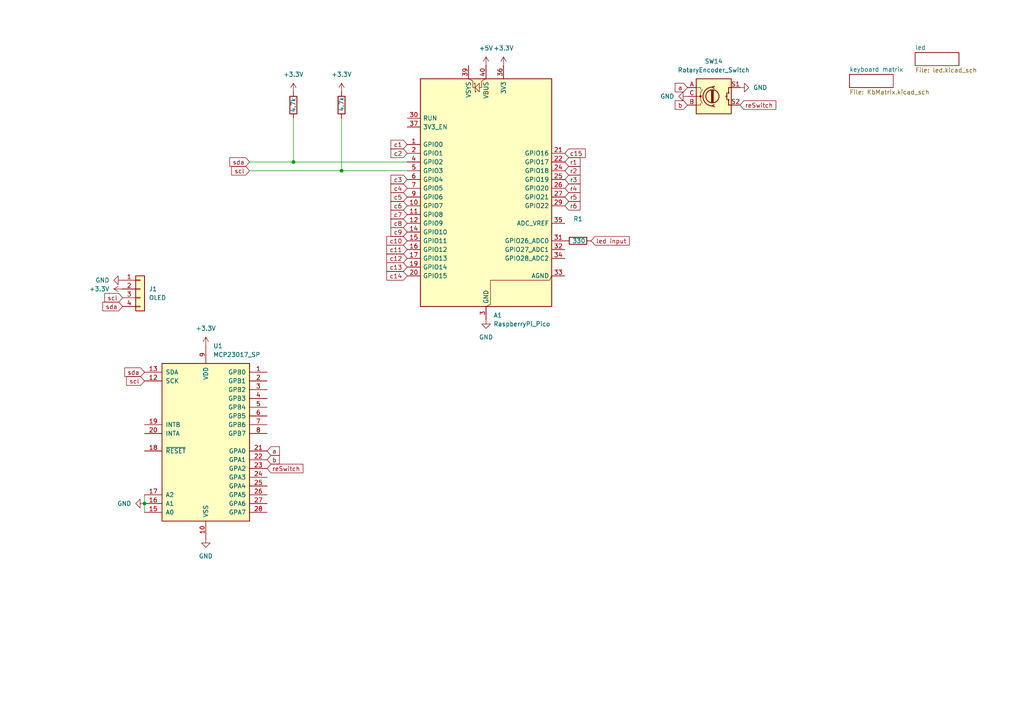
<source format=kicad_sch>
(kicad_sch (version 20250114) (generator "eeschema") (generator_version "9.0")
  (paper "A4")
  (lib_symbols
    (symbol "Connector_Generic:Conn_01x04" (pin_names (offset 1.016) (hide yes))
      (property "Reference" "J" (at 0 5.08 0))
      (property "Value" "Conn_01x04" (at 0 -7.62 0))
      (symbol "Conn_01x04_1_1"
        (rectangle (start -1.27 3.81) (end 1.27 -6.35) (stroke (width 0.254)) (fill (type background)))
        (rectangle (start -1.27 2.667) (end 0 2.413) (stroke (width 0.1524)))
        (rectangle (start -1.27 0.127) (end 0 -0.127) (stroke (width 0.1524)))
        (rectangle (start -1.27 -2.413) (end 0 -2.667) (stroke (width 0.1524)))
        (rectangle (start -1.27 -4.953) (end 0 -5.207) (stroke (width 0.1524)))
        (pin passive line (at -5.08 2.54 0) (length 3.81) (name "Pin_1") (number "1"))
        (pin passive line (at -5.08 0 0) (length 3.81) (name "Pin_2") (number "2"))
        (pin passive line (at -5.08 -2.54 0) (length 3.81) (name "Pin_3") (number "3"))
        (pin passive line (at -5.08 -5.08 0) (length 3.81) (name "Pin_4") (number "4"))
      )
    )
    (symbol "Device:R" (pin_numbers (hide yes)) (pin_names (offset 0))
      (property "Reference" "R" (at 2.032 0 90))
      (property "Value" "R" (at 0 0 90))
      (symbol "R_0_1"
        (rectangle (start -1.016 -2.54) (end 1.016 2.54) (stroke (width 0.254)))
      )
      (symbol "R_1_1"
        (pin passive line (at 0 3.81 270) (length 1.27) (name "~") (number "1"))
        (pin passive line (at 0 -3.81 90) (length 1.27) (name "~") (number "2"))
      )
    )
    (symbol "Device:RotaryEncoder_Switch" (pin_names (offset 0.254) (hide yes))
      (property "Reference" "SW" (at 0 6.604 0))
      (property "Value" "RotaryEncoder_Switch" (at 0 -6.604 0))
      (symbol "RotaryEncoder_Switch_0_1"
        (rectangle (start -5.08 5.08) (end 5.08 -5.08) (stroke (width 0.254)) (fill (type background)))
        (polyline (pts (xy -5.08 2.54) (xy -3.81 2.54) (xy -3.81 2.032)))
        (polyline (pts (xy -5.08 0) (xy -3.81 0) (xy -3.81 -1.016) (xy -3.302 -2.032)))
        (polyline (pts (xy -5.08 -2.54) (xy -3.81 -2.54) (xy -3.81 -2.032)))
        (polyline (pts (xy -4.318 0) (xy -3.81 0) (xy -3.81 1.016) (xy -3.302 2.032)))
        (circle (center -3.81 0) (radius 0.254) (fill (type outline)))
        (polyline (pts (xy -0.635 -1.778) (xy -0.635 1.778)) (stroke (width 0.254)))
        (circle (center -0.381 0) (radius 1.905) (stroke (width 0.254)))
        (polyline (pts (xy -0.381 -1.778) (xy -0.381 1.778)) (stroke (width 0.254)))
        (arc (start -0.381 -2.794) (mid -3.0988 -0.0635) (end -0.381 2.667) (stroke (width 0.254)))
        (polyline (pts (xy -0.127 1.778) (xy -0.127 -1.778)) (stroke (width 0.254)))
        (polyline (pts (xy 0.254 2.921) (xy -0.508 2.667) (xy 0.127 2.286)) (stroke (width 0.254)))
        (polyline (pts (xy 0.254 -3.048) (xy -0.508 -2.794) (xy 0.127 -2.413)) (stroke (width 0.254)))
        (polyline (pts (xy 3.81 1.016) (xy 3.81 -1.016)) (stroke (width 0.254)))
        (polyline (pts (xy 3.81 0) (xy 3.429 0)) (stroke (width 0.254)))
        (circle (center 4.318 1.016) (radius 0.127) (stroke (width 0.254)))
        (circle (center 4.318 -1.016) (radius 0.127) (stroke (width 0.254)))
        (polyline (pts (xy 5.08 2.54) (xy 4.318 2.54) (xy 4.318 1.016)) (stroke (width 0.254)))
        (polyline (pts (xy 5.08 -2.54) (xy 4.318 -2.54) (xy 4.318 -1.016)) (stroke (width 0.254)))
      )
      (symbol "RotaryEncoder_Switch_1_1"
        (pin passive line (at -7.62 2.54 0) (length 2.54) (name "A") (number "A"))
        (pin passive line (at -7.62 0 0) (length 2.54) (name "C") (number "C"))
        (pin passive line (at -7.62 -2.54 0) (length 2.54) (name "B") (number "B"))
        (pin passive line (at 7.62 2.54 180) (length 2.54) (name "S1") (number "S1"))
        (pin passive line (at 7.62 -2.54 180) (length 2.54) (name "S2") (number "S2"))
      )
    )
    (symbol "Interface_Expansion:MCP23017_SP" (pin_names (offset 1.016))
      (property "Reference" "U" (at -11.43 24.13 0))
      (property "Value" "MCP23017_SP" (at 0 0 0))
      (symbol "MCP23017_SP_0_1"
        (rectangle (start -12.7 22.86) (end 12.7 -22.86) (stroke (width 0.254)) (fill (type background)))
      )
      (symbol "MCP23017_SP_1_1"
        (pin bidirectional line (at -17.78 20.32 0) (length 5.08) (name "SDA") (number "13"))
        (pin input line (at -17.78 17.78 0) (length 5.08) (name "SCK") (number "12"))
        (pin tri_state line (at -17.78 5.08 0) (length 5.08) (name "INTB") (number "19"))
        (pin tri_state line (at -17.78 2.54 0) (length 5.08) (name "INTA") (number "20"))
        (pin input line (at -17.78 -2.54 0) (length 5.08) (name "~{RESET}") (number "18"))
        (pin input line (at -17.78 -15.24 0) (length 5.08) (name "A2") (number "17"))
        (pin input line (at -17.78 -17.78 0) (length 5.08) (name "A1") (number "16"))
        (pin input line (at -17.78 -20.32 0) (length 5.08) (name "A0") (number "15"))
        (pin no_connect line (at -12.7 15.24 0) (length 5.08) (hide yes) (name "NC") (number "11"))
        (pin no_connect line (at -12.7 12.7 0) (length 5.08) (hide yes) (name "NC") (number "14"))
        (pin power_in line (at 0 27.94 270) (length 5.08) (name "VDD") (number "9"))
        (pin power_in line (at 0 -27.94 90) (length 5.08) (name "VSS") (number "10"))
        (pin bidirectional line (at 17.78 20.32 180) (length 5.08) (name "GPB0") (number "1"))
        (pin bidirectional line (at 17.78 17.78 180) (length 5.08) (name "GPB1") (number "2"))
        (pin bidirectional line (at 17.78 15.24 180) (length 5.08) (name "GPB2") (number "3"))
        (pin bidirectional line (at 17.78 12.7 180) (length 5.08) (name "GPB3") (number "4"))
        (pin bidirectional line (at 17.78 10.16 180) (length 5.08) (name "GPB4") (number "5"))
        (pin bidirectional line (at 17.78 7.62 180) (length 5.08) (name "GPB5") (number "6"))
        (pin bidirectional line (at 17.78 5.08 180) (length 5.08) (name "GPB6") (number "7"))
        (pin output line (at 17.78 2.54 180) (length 5.08) (name "GPB7") (number "8"))
        (pin bidirectional line (at 17.78 -2.54 180) (length 5.08) (name "GPA0") (number "21"))
        (pin bidirectional line (at 17.78 -5.08 180) (length 5.08) (name "GPA1") (number "22"))
        (pin bidirectional line (at 17.78 -7.62 180) (length 5.08) (name "GPA2") (number "23"))
        (pin bidirectional line (at 17.78 -10.16 180) (length 5.08) (name "GPA3") (number "24"))
        (pin bidirectional line (at 17.78 -12.7 180) (length 5.08) (name "GPA4") (number "25"))
        (pin bidirectional line (at 17.78 -15.24 180) (length 5.08) (name "GPA5") (number "26"))
        (pin bidirectional line (at 17.78 -17.78 180) (length 5.08) (name "GPA6") (number "27"))
        (pin output line (at 17.78 -20.32 180) (length 5.08) (name "GPA7") (number "28"))
      )
    )
    (symbol "MCU_Module:RaspberryPi_Pico" (pin_names (offset 0.762))
      (property "Reference" "A" (at -19.05 35.56 0))
      (property "Value" "RaspberryPi_Pico" (at 7.62 35.56 0))
      (symbol "RaspberryPi_Pico_0_1"
        (rectangle (start -19.05 34.29) (end 19.05 -31.75) (stroke (width 0.254)) (fill (type background)))
        (polyline (pts (xy -5.08 34.29) (xy -3.81 33.655) (xy -3.81 31.75) (xy -3.175 31.75)))
        (polyline (pts (xy -3.429 32.766) (xy -3.429 33.02) (xy -3.175 33.02) (xy -3.175 30.48) (xy -2.921 30.48) (xy -2.921 30.734)))
        (polyline (pts (xy -3.175 31.75) (xy -1.905 33.02) (xy -1.905 30.48) (xy -3.175 31.75)))
        (polyline (pts (xy 0 34.29) (xy -1.27 33.655) (xy -1.27 31.75) (xy -1.905 31.75)))
        (polyline (pts (xy 0 -31.75) (xy 1.27 -31.115) (xy 1.27 -24.13) (xy 18.415 -24.13) (xy 19.05 -22.86)))
      )
      (symbol "RaspberryPi_Pico_1_1"
        (pin passive line (at -22.86 22.86 0) (length 3.81) (name "RUN") (number "30"))
        (pin passive line (at -22.86 20.32 0) (length 3.81) (name "3V3_EN") (number "37"))
        (pin bidirectional line (at -22.86 15.24 0) (length 3.81) (name "GPIO0") (number "1"))
        (pin bidirectional line (at -22.86 12.7 0) (length 3.81) (name "GPIO1") (number "2"))
        (pin bidirectional line (at -22.86 10.16 0) (length 3.81) (name "GPIO2") (number "4"))
        (pin bidirectional line (at -22.86 7.62 0) (length 3.81) (name "GPIO3") (number "5"))
        (pin bidirectional line (at -22.86 5.08 0) (length 3.81) (name "GPIO4") (number "6"))
        (pin bidirectional line (at -22.86 2.54 0) (length 3.81) (name "GPIO5") (number "7"))
        (pin bidirectional line (at -22.86 0 0) (length 3.81) (name "GPIO6") (number "9"))
        (pin bidirectional line (at -22.86 -2.54 0) (length 3.81) (name "GPIO7") (number "10"))
        (pin bidirectional line (at -22.86 -5.08 0) (length 3.81) (name "GPIO8") (number "11"))
        (pin bidirectional line (at -22.86 -7.62 0) (length 3.81) (name "GPIO9") (number "12"))
        (pin bidirectional line (at -22.86 -10.16 0) (length 3.81) (name "GPIO10") (number "14"))
        (pin bidirectional line (at -22.86 -12.7 0) (length 3.81) (name "GPIO11") (number "15"))
        (pin bidirectional line (at -22.86 -15.24 0) (length 3.81) (name "GPIO12") (number "16"))
        (pin bidirectional line (at -22.86 -17.78 0) (length 3.81) (name "GPIO13") (number "17"))
        (pin bidirectional line (at -22.86 -20.32 0) (length 3.81) (name "GPIO14") (number "19"))
        (pin bidirectional line (at -22.86 -22.86 0) (length 3.81) (name "GPIO15") (number "20"))
        (pin power_in line (at -5.08 38.1 270) (length 3.81) (name "VSYS") (number "39"))
        (pin power_out line (at 0 38.1 270) (length 3.81) (name "VBUS") (number "40"))
        (pin passive line (at 0 -35.56 90) (length 3.81) (hide yes) (name "GND") (number "13"))
        (pin passive line (at 0 -35.56 90) (length 3.81) (hide yes) (name "GND") (number "18"))
        (pin passive line (at 0 -35.56 90) (length 3.81) (hide yes) (name "GND") (number "23"))
        (pin passive line (at 0 -35.56 90) (length 3.81) (hide yes) (name "GND") (number "28"))
        (pin power_out line (at 0 -35.56 90) (length 3.81) (name "GND") (number "3"))
        (pin passive line (at 0 -35.56 90) (length 3.81) (hide yes) (name "GND") (number "38"))
        (pin passive line (at 0 -35.56 90) (length 3.81) (hide yes) (name "GND") (number "8"))
        (pin power_out line (at 5.08 38.1 270) (length 3.81) (name "3V3") (number "36"))
        (pin bidirectional line (at 22.86 12.7 180) (length 3.81) (name "GPIO16") (number "21"))
        (pin bidirectional line (at 22.86 10.16 180) (length 3.81) (name "GPIO17") (number "22"))
        (pin bidirectional line (at 22.86 7.62 180) (length 3.81) (name "GPIO18") (number "24"))
        (pin bidirectional line (at 22.86 5.08 180) (length 3.81) (name "GPIO19") (number "25"))
        (pin bidirectional line (at 22.86 2.54 180) (length 3.81) (name "GPIO20") (number "26"))
        (pin bidirectional line (at 22.86 0 180) (length 3.81) (name "GPIO21") (number "27"))
        (pin bidirectional line (at 22.86 -2.54 180) (length 3.81) (name "GPIO22") (number "29"))
        (pin power_in line (at 22.86 -7.62 180) (length 3.81) (name "ADC_VREF") (number "35"))
        (pin bidirectional line (at 22.86 -12.7 180) (length 3.81) (name "GPIO26_ADC0") (number "31"))
        (pin bidirectional line (at 22.86 -15.24 180) (length 3.81) (name "GPIO27_ADC1") (number "32"))
        (pin bidirectional line (at 22.86 -17.78 180) (length 3.81) (name "GPIO28_ADC2") (number "34"))
        (pin power_out line (at 22.86 -22.86 180) (length 3.81) (name "AGND") (number "33"))
      )
    )
    (symbol "power:+3.3V" (power) (pin_numbers (hide yes)) (pin_names (offset 0) (hide yes))
      (property "Value" "+3.3V" (at 0 3.556 0))
      (symbol "+3.3V_0_1"
        (polyline (pts (xy -0.762 1.27) (xy 0 2.54)))
        (polyline (pts (xy 0 2.54) (xy 0.762 1.27)))
        (polyline (pts (xy 0 0) (xy 0 2.54)))
      )
      (symbol "+3.3V_1_1"
        (pin power_in line (at 0 0 90) (length 0) (name "~") (number "1"))
      )
    )
    (symbol "power:+5V" (power) (pin_numbers (hide yes)) (pin_names (offset 0) (hide yes))
      (property "Value" "+5V" (at 0 3.556 0))
      (symbol "+5V_0_1"
        (polyline (pts (xy -0.762 1.27) (xy 0 2.54)))
        (polyline (pts (xy 0 2.54) (xy 0.762 1.27)))
        (polyline (pts (xy 0 0) (xy 0 2.54)))
      )
      (symbol "+5V_1_1"
        (pin power_in line (at 0 0 90) (length 0) (name "~") (number "1"))
      )
    )
    (symbol "power:GND" (power) (pin_numbers (hide yes)) (pin_names (offset 0) (hide yes))
      (property "Value" "GND" (at 0 -3.81 0))
      (symbol "GND_0_1"
        (polyline (pts (xy 0 0) (xy 0 -1.27) (xy 1.27 -1.27) (xy 0 -2.54) (xy -1.27 -1.27) (xy 0 -1.27)))
      )
      (symbol "GND_1_1"
        (pin power_in line (at 0 0 270) (length 0) (name "~") (number "1"))
      )
    )
  )
  (junction (at 99.06 49.53))
  (junction (at 85.09 46.99))
  (junction (at 41.91 146.05))
  (wire (pts (xy 72.39 49.53) (xy 99.06 49.53)))
  (wire (pts (xy 85.09 46.99) (xy 118.11 46.99)))
  (wire (pts (xy 99.06 34.29) (xy 99.06 49.53)))
  (wire (pts (xy 72.39 46.99) (xy 85.09 46.99)))
  (wire (pts (xy 41.91 146.05) (xy 41.91 148.59)))
  (wire (pts (xy 99.06 49.53) (xy 118.11 49.53)))
  (wire (pts (xy 85.09 34.29) (xy 85.09 46.99)))
  (wire (pts (xy 41.91 143.51) (xy 41.91 146.05)))
  (global_label "c10" (shape input) (at 118.11 69.85 180) (property "Intersheetrefs" "${INTERSHEET_REFS}" (effects (hide yes))))
  (global_label "c4" (shape input) (at 118.11 54.61 180) (property "Intersheetrefs" "${INTERSHEET_REFS}" (effects (hide yes))))
  (global_label "r6" (shape input) (at 163.83 59.69 0) (property "Intersheetrefs" "${INTERSHEET_REFS}" (effects (hide yes))))
  (global_label "c7" (shape input) (at 118.11 62.23 180) (property "Intersheetrefs" "${INTERSHEET_REFS}" (effects (hide yes))))
  (global_label "c3" (shape input) (at 118.11 52.07 180) (property "Intersheetrefs" "${INTERSHEET_REFS}" (effects (hide yes))))
  (global_label "c12" (shape input) (at 118.11 74.93 180) (property "Intersheetrefs" "${INTERSHEET_REFS}" (effects (hide yes))))
  (global_label "scl" (shape input) (at 41.91 110.49 180) (property "Intersheetrefs" "${INTERSHEET_REFS}" (effects (hide yes))))
  (global_label "r3" (shape input) (at 163.83 52.07 0) (property "Intersheetrefs" "${INTERSHEET_REFS}" (effects (hide yes))))
  (global_label "c8" (shape input) (at 118.11 64.77 180) (property "Intersheetrefs" "${INTERSHEET_REFS}" (effects (hide yes))))
  (global_label "c14" (shape input) (at 118.11 80.01 180) (property "Intersheetrefs" "${INTERSHEET_REFS}" (effects (hide yes))))
  (global_label "scl" (shape input) (at 72.39 49.53 180) (property "Intersheetrefs" "${INTERSHEET_REFS}" (effects (hide yes))))
  (global_label "r5" (shape input) (at 163.83 57.15 0) (property "Intersheetrefs" "${INTERSHEET_REFS}" (effects (hide yes))))
  (global_label "c13" (shape input) (at 118.11 77.47 180) (property "Intersheetrefs" "${INTERSHEET_REFS}" (effects (hide yes))))
  (global_label "c2" (shape input) (at 118.11 44.45 180) (property "Intersheetrefs" "${INTERSHEET_REFS}" (effects (hide yes))))
  (global_label "sda" (shape input) (at 35.56 88.9 180) (property "Intersheetrefs" "${INTERSHEET_REFS}" (effects (hide yes))))
  (global_label "reSwitch" (shape input) (at 77.47 135.89 0) (property "Intersheetrefs" "${INTERSHEET_REFS}" (effects (hide yes))))
  (global_label "r1" (shape input) (at 163.83 46.99 0) (property "Intersheetrefs" "${INTERSHEET_REFS}" (effects (hide yes))))
  (global_label "scl" (shape input) (at 35.56 86.36 180) (property "Intersheetrefs" "${INTERSHEET_REFS}" (effects (hide yes))))
  (global_label "c11" (shape input) (at 118.11 72.39 180) (property "Intersheetrefs" "${INTERSHEET_REFS}" (effects (hide yes))))
  (global_label "a" (shape input) (at 77.47 130.81 0) (property "Intersheetrefs" "${INTERSHEET_REFS}" (effects (hide yes))))
  (global_label "sda" (shape input) (at 72.39 46.99 180) (property "Intersheetrefs" "${INTERSHEET_REFS}" (effects (hide yes))))
  (global_label "c9" (shape input) (at 118.11 67.31 180) (property "Intersheetrefs" "${INTERSHEET_REFS}" (effects (hide yes))))
  (global_label "c5" (shape input) (at 118.11 57.15 180) (property "Intersheetrefs" "${INTERSHEET_REFS}" (effects (hide yes))))
  (global_label "c1" (shape input) (at 118.11 41.91 180) (property "Intersheetrefs" "${INTERSHEET_REFS}" (effects (hide yes))))
  (global_label "a" (shape input) (at 199.39 25.4 180) (property "Intersheetrefs" "${INTERSHEET_REFS}" (effects (hide yes))))
  (global_label "b" (shape input) (at 77.47 133.35 0) (property "Intersheetrefs" "${INTERSHEET_REFS}" (effects (hide yes))))
  (global_label "b" (shape input) (at 199.39 30.48 180) (property "Intersheetrefs" "${INTERSHEET_REFS}" (effects (hide yes))))
  (global_label "reSwitch" (shape input) (at 214.63 30.48 0) (property "Intersheetrefs" "${INTERSHEET_REFS}" (effects (hide yes))))
  (global_label "r4" (shape input) (at 163.83 54.61 0) (property "Intersheetrefs" "${INTERSHEET_REFS}" (effects (hide yes))))
  (global_label "sda" (shape input) (at 41.91 107.95 180) (property "Intersheetrefs" "${INTERSHEET_REFS}" (effects (hide yes))))
  (global_label "c6" (shape input) (at 118.11 59.69 180) (property "Intersheetrefs" "${INTERSHEET_REFS}" (effects (hide yes))))
  (global_label "r2" (shape input) (at 163.83 49.53 0) (property "Intersheetrefs" "${INTERSHEET_REFS}" (effects (hide yes))))
  (global_label "led input" (shape input) (at 171.45 69.85 0) (property "Intersheetrefs" "${INTERSHEET_REFS}" (effects (hide yes))))
  (global_label "c15" (shape input) (at 163.83 44.45 0) (property "Intersheetrefs" "${INTERSHEET_REFS}" (effects (hide yes))))
  (symbol (lib_id "Connector_Generic:Conn_01x04") (at 40.64 83.82 0) (unit 1)
    (property "Reference" "J1" (at 43.18 83.8199 0) (effects (justify left)))
    (property "Value" "OLED" (at 43.18 86.3599 0) (effects (justify left)))
    (property "Footprint" "oled:SSD1306-0.91-OLED-4pin-128x32" (effects (hide yes)))
    (property "Description" "Generic connector, single row, 01x04, script generated (kicad-library-utils/schlib/autogen/connector/)" (effects (hide yes)))
  )
  (symbol (lib_id "power:+3.3V") (at 85.09 26.67 0) (unit 1)
    (property "Reference" "#PWR028" (effects (hide yes)))
    (property "Value" "+3.3V" (at 85.09 21.59 0))
    (property "Description" "Power symbol creates a global label with name \"+3.3V\"" (effects (hide yes)))
  )
  (symbol (lib_id "power:+3.3V") (at 59.69 100.33 0) (unit 1)
    (property "Reference" "#PWR023" (effects (hide yes)))
    (property "Value" "+3.3V" (at 59.69 95.25 0))
    (property "Description" "Power symbol creates a global label with name \"+3.3V\"" (effects (hide yes)))
  )
  (symbol (lib_id "power:GND") (at 35.56 81.28 270) (unit 1)
    (property "Reference" "#PWR020" (effects (hide yes)))
    (property "Value" "GND" (at 31.75 81.2799 90) (effects (justify right)))
    (property "Description" "Power symbol creates a global label with name \"GND\" , ground" (effects (hide yes)))
  )
  (symbol (lib_id "power:+3.3V") (at 99.06 26.67 0) (unit 1)
    (property "Reference" "#PWR029" (effects (hide yes)))
    (property "Value" "+3.3V" (at 99.06 21.59 0))
    (property "Description" "Power symbol creates a global label with name \"+3.3V\"" (effects (hide yes)))
  )
  (symbol (lib_id "power:+3.3V") (at 146.05 19.05 0) (unit 1)
    (property "Reference" "#PWR022" (effects (hide yes)))
    (property "Value" "+3.3V" (at 146.05 13.97 0))
    (property "Description" "Power symbol creates a global label with name \"+3.3V\"" (effects (hide yes)))
  )
  (symbol (lib_id "power:GND") (at 140.97 92.71 0) (unit 1)
    (property "Reference" "#PWR019" (effects (hide yes)))
    (property "Value" "GND" (at 140.97 97.79 0))
    (property "Description" "Power symbol creates a global label with name \"GND\" , ground" (effects (hide yes)))
  )
  (symbol (lib_id "power:GND") (at 59.69 156.21 0) (unit 1)
    (property "Reference" "#PWR024" (effects (hide yes)))
    (property "Value" "GND" (at 59.69 161.29 0))
    (property "Description" "Power symbol creates a global label with name \"GND\" , ground" (effects (hide yes)))
  )
  (symbol (lib_id "MCU_Module:RaspberryPi_Pico") (at 140.97 57.15 0) (unit 1)
    (property "Reference" "A1" (at 143.1133 91.44 0) (effects (justify left)))
    (property "Value" "RaspberryPi_Pico" (at 143.1133 93.98 0) (effects (justify left)))
    (property "Footprint" "Module:RaspberryPi_Pico_Common_Unspecified" (effects (hide yes)))
    (property "Datasheet" "https://datasheets.raspberrypi.com/pico/pico-datasheet.pdf" (effects (hide yes)))
    (property "Description" "Versatile and inexpensive microcontroller module powered by RP2040 dual-core Arm Cortex-M0+ processor up to 133 MHz, 264kB SRAM, 2MB QSPI flash; also supports Raspberry Pi Pico 2" (effects (hide yes)))
  )
  (symbol (lib_id "Device:R") (at 99.06 30.48 180) (unit 1)
    (property "Reference" "R2" (effects (hide yes)))
    (property "Value" "4.7k" (at 99.06 30.226 90))
    (property "Footprint" "Resistor_THT:R_Axial_DIN0207_L6.3mm_D2.5mm_P7.62mm_Horizontal" (effects (hide yes)))
    (property "Description" "Resistor" (effects (hide yes)))
  )
  (symbol (lib_id "Device:RotaryEncoder_Switch") (at 207.01 27.94 0) (unit 1)
    (property "Reference" "SW14" (at 207.01 17.78 0))
    (property "Value" "RotaryEncoder_Switch" (at 207.01 20.32 0))
    (property "Footprint" "Rotary_Encoder:RotaryEncoder_Alps_EC11E-Switch_Vertical_H20mm" (effects (hide yes)))
    (property "Description" "Rotary encoder, dual channel, incremental quadrate outputs, with switch" (effects (hide yes)))
  )
  (symbol (lib_id "power:+3.3V") (at 35.56 83.82 90) (unit 1)
    (property "Reference" "#PWR021" (effects (hide yes)))
    (property "Value" "+3.3V" (at 31.75 83.8199 90) (effects (justify left)))
    (property "Description" "Power symbol creates a global label with name \"+3.3V\"" (effects (hide yes)))
  )
  (symbol (lib_id "power:GND") (at 199.39 27.94 270) (unit 1)
    (property "Reference" "#PWR025" (effects (hide yes)))
    (property "Value" "GND" (at 195.58 27.9399 90) (effects (justify right)))
    (property "Description" "Power symbol creates a global label with name \"GND\" , ground" (effects (hide yes)))
  )
  (symbol (lib_id "power:GND") (at 41.91 146.05 270) (unit 1)
    (property "Reference" "#PWR030" (effects (hide yes)))
    (property "Value" "GND" (at 38.1 146.0499 90) (effects (justify right)))
    (property "Description" "Power symbol creates a global label with name \"GND\" , ground" (effects (hide yes)))
  )
  (symbol (lib_id "Interface_Expansion:MCP23017_SP") (at 59.69 128.27 0) (unit 1)
    (property "Reference" "U1" (at 61.8333 100.33 0) (effects (justify left)))
    (property "Value" "MCP23017_SP" (at 61.8333 102.87 0) (effects (justify left)))
    (property "Footprint" "Package_DIP:DIP-28_W7.62mm" (effects (hide yes)))
    (property "Datasheet" "https://ww1.microchip.com/downloads/aemDocuments/documents/APID/ProductDocuments/DataSheets/MCP23017-Data-Sheet-DS20001952.pdf" (effects (hide yes)))
    (property "Description" "16-bit I/O expander, I2C, interrupts, w pull-ups, SPDIP-28" (effects (hide yes)))
  )
  (symbol (lib_id "Device:R") (at 85.09 30.48 180) (unit 1)
    (property "Reference" "R3" (effects (hide yes)))
    (property "Value" "4.7k" (at 85.09 30.48 90))
    (property "Footprint" "Resistor_THT:R_Axial_DIN0207_L6.3mm_D2.5mm_P7.62mm_Horizontal" (effects (hide yes)))
    (property "Description" "Resistor" (effects (hide yes)))
  )
  (symbol (lib_id "Device:R") (at 167.64 69.85 90) (unit 1)
    (property "Reference" "R1" (at 167.64 63.5 90))
    (property "Value" "330" (at 167.894 69.85 90))
    (property "Footprint" "Resistor_THT:R_Axial_DIN0207_L6.3mm_D2.5mm_P7.62mm_Horizontal" (effects (hide yes)))
    (property "Description" "Resistor" (effects (hide yes)))
  )
  (symbol (lib_id "power:+5V") (at 140.97 19.05 0) (unit 1)
    (property "Reference" "#PWR018" (effects (hide yes)))
    (property "Value" "+5V" (at 140.97 13.97 0))
    (property "Description" "Power symbol creates a global label with name \"+5V\"" (effects (hide yes)))
  )
  (symbol (lib_id "power:GND") (at 214.63 25.4 90) (unit 1)
    (property "Reference" "#PWR026" (effects (hide yes)))
    (property "Value" "GND" (at 218.44 25.3999 90) (effects (justify right)))
    (property "Description" "Power symbol creates a global label with name \"GND\" , ground" (effects (hide yes)))
  )
  (sheet (at 265.43 15.24) (size 12.7 3.81) (stroke (width 0.1524))
    (property "Sheetname" "led" (at 265.43 14.5284 0) (effects (justify left bottom)))
    (property "Sheetfile" "led.kicad_sch" (at 265.43 19.6346 0) (effects (justify left top)))
  )
  (sheet (at 246.38 21.59) (size 12.7 3.81) (stroke (width 0.1524))
    (property "Sheetname" "keyboard matrix" (at 246.38 20.8784 0) (effects (justify left bottom)))
    (property "Sheetfile" "KbMatrix.kicad_sch" (at 246.38 25.9846 0) (effects (justify left top)))
  )
)
</source>
